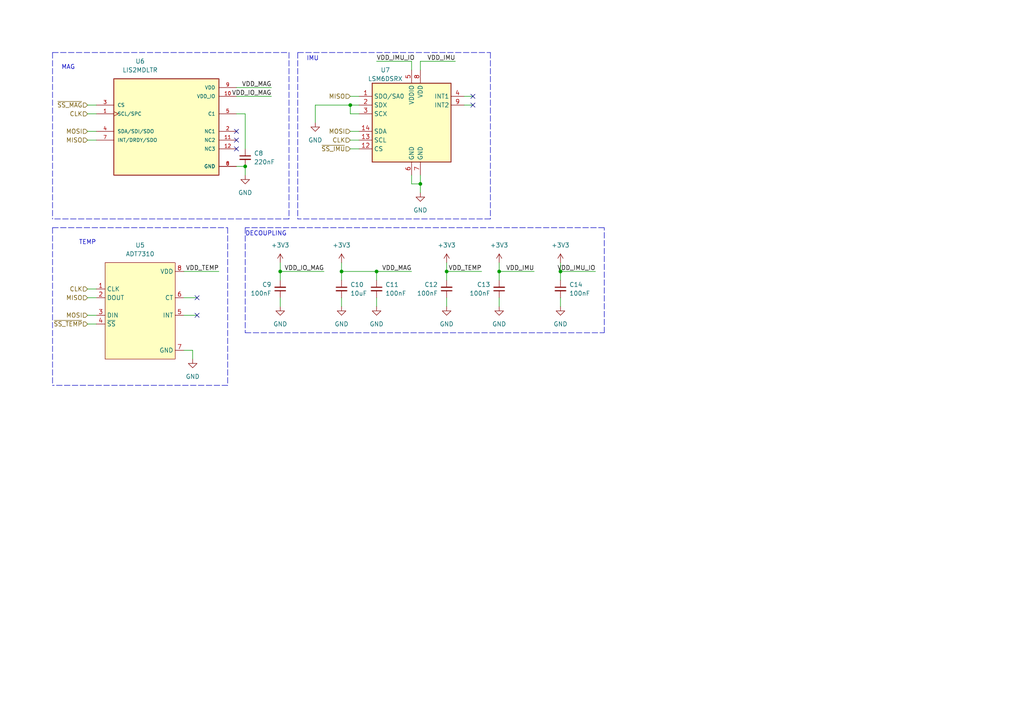
<source format=kicad_sch>
(kicad_sch (version 20211123) (generator eeschema)
  (paper "A4")
  (lib_symbols
    (symbol "Device:C_Small" (pin_numbers hide) (pin_names (offset 0.254) hide)
      (property "Reference" "C" (at 0.254 1.778 0))
      (property "Value" "C_Small" (at 0.254 -2.032 0))
      (symbol "C_Small_0_1"
        (polyline (pts (xy -1.524 -0.508) (xy 1.524 -0.508)) (stroke (width 0.3302)))
        (polyline (pts (xy -1.524 0.508) (xy 1.524 0.508)) (stroke (width 0.3048)))
      )
      (symbol "C_Small_1_1"
        (pin passive line (at 0 2.54 270) (length 2.032) (name "~") (number "1"))
        (pin passive line (at 0 -2.54 90) (length 2.032) (name "~") (number "2"))
      )
    )
    (symbol "Sensor_Motion:LSM6DS3"
      (property "Reference" "U" (at -11.43 15.24 0))
      (property "Value" "LSM6DS3" (at -11.43 12.7 0))
      (symbol "LSM6DS3_0_1"
        (rectangle (start 11.43 11.43) (end -11.43 -11.43) (stroke (width 0.254)) (fill (type background)))
      )
      (symbol "LSM6DS3_1_1"
        (pin bidirectional line (at -15.24 7.62 0) (length 3.81) (name "SDO/SA0") (number "1"))
        (pin no_connect line (at 10.16 -5.08 180) (length 3.81) hide (name "NC") (number "10"))
        (pin no_connect line (at 10.16 -2.54 180) (length 3.81) hide (name "NC") (number "11"))
        (pin input line (at -15.24 -7.62 0) (length 3.81) (name "CS") (number "12"))
        (pin input line (at -15.24 -5.08 0) (length 3.81) (name "SCL") (number "13"))
        (pin bidirectional line (at -15.24 -2.54 0) (length 3.81) (name "SDA") (number "14"))
        (pin bidirectional line (at -15.24 5.08 0) (length 3.81) (name "SDX") (number "2"))
        (pin input line (at -15.24 2.54 0) (length 3.81) (name "SCX") (number "3"))
        (pin output line (at 15.24 7.62 180) (length 3.81) (name "INT1") (number "4"))
        (pin power_in line (at 0 15.24 270) (length 3.81) (name "VDDIO") (number "5"))
        (pin power_in line (at 0 -15.24 90) (length 3.81) (name "GND") (number "6"))
        (pin power_in line (at 2.54 -15.24 90) (length 3.81) (name "GND") (number "7"))
        (pin power_in line (at 2.54 15.24 270) (length 3.81) (name "VDD") (number "8"))
        (pin output line (at 15.24 5.08 180) (length 3.81) (name "INT2") (number "9"))
      )
    )
    (symbol "power:+3.3V" (power) (pin_names (offset 0))
      (property "Value" "+3.3V" (at 0 3.556 0))
      (symbol "+3.3V_0_1"
        (polyline (pts (xy -0.762 1.27) (xy 0 2.54)))
        (polyline (pts (xy 0 0) (xy 0 2.54)))
        (polyline (pts (xy 0 2.54) (xy 0.762 1.27)))
      )
      (symbol "+3.3V_1_1"
        (pin power_in line (at 0 0 90) (length 0) hide (name "+3V3") (number "1"))
      )
    )
    (symbol "power:GND" (power) (pin_names (offset 0))
      (property "Value" "GND" (at 0 -3.81 0))
      (symbol "GND_0_1"
        (polyline (pts (xy 0 0) (xy 0 -1.27) (xy 1.27 -1.27) (xy 0 -2.54) (xy -1.27 -1.27) (xy 0 -1.27)))
      )
      (symbol "GND_1_1"
        (pin power_in line (at 0 0 270) (length 0) hide (name "GND") (number "1"))
      )
    )
    (symbol "schematics:ADT7310"
      (property "Reference" "U" (at 0 17.78 0))
      (property "Value" "ADT7310" (at 0 15.24 0))
      (symbol "ADT7310_0_1"
        (rectangle (start -10.16 12.7) (end 10.16 -15.24) (fill (type background)))
      )
      (symbol "ADT7310_1_1"
        (pin input line (at -12.7 5.08 0) (length 2.54) (name "CLK") (number "1"))
        (pin output line (at -12.7 2.54 0) (length 2.54) (name "DOUT") (number "2"))
        (pin input line (at -12.7 -2.54 0) (length 2.54) (name "DIN") (number "3"))
        (pin input line (at -12.7 -5.08 0) (length 2.54) (name "~{SS}") (number "4"))
        (pin output line (at 12.7 -2.54 180) (length 2.54) (name "INT") (number "5"))
        (pin output line (at 12.7 2.54 180) (length 2.54) (name "CT") (number "6"))
        (pin power_out line (at 12.7 -12.7 180) (length 2.54) (name "GND") (number "7"))
        (pin power_in line (at 12.7 10.16 180) (length 2.54) (name "VDD") (number "8"))
      )
    )
    (symbol "schematics:LIS2MDLTR" (pin_names (offset 1.016))
      (property "Reference" "U" (at -15.24 13.97 0))
      (property "Value" "LIS2MDLTR" (at -15.24 -17.78 0))
      (symbol "LIS2MDLTR_0_0"
        (rectangle (start -15.24 -15.24) (end 15.24 12.7) (stroke (width 0.254)) (fill (type background)))
        (pin input clock (at -20.32 2.54 0) (length 5.08) (name "SCL/SPC") (number "1"))
        (pin power_in line (at 20.32 7.62 180) (length 5.08) (name "VDD_IO") (number "10"))
        (pin passive line (at 20.32 -5.08 180) (length 5.08) (name "NC2") (number "11"))
        (pin passive line (at 20.32 -7.62 180) (length 5.08) (name "NC3") (number "12"))
        (pin passive line (at 20.32 -2.54 180) (length 5.08) (name "NC1") (number "2"))
        (pin input line (at -20.32 5.08 0) (length 5.08) (name "CS") (number "3"))
        (pin bidirectional line (at -20.32 -2.54 0) (length 5.08) (name "SDA/SDI/SDO") (number "4"))
        (pin passive line (at 20.32 2.54 180) (length 5.08) (name "C1") (number "5"))
        (pin power_in line (at 20.32 -12.7 180) (length 5.08) (name "GND") (number "6"))
        (pin bidirectional line (at -20.32 -5.08 0) (length 5.08) (name "INT/DRDY/SDO") (number "7"))
        (pin power_in line (at 20.32 -12.7 180) (length 5.08) (name "GND") (number "8"))
        (pin power_in line (at 20.32 10.16 180) (length 5.08) (name "VDD") (number "9"))
      )
    )
  )
  (junction (at 71.12 48.26))
  (junction (at 109.22 78.74))
  (junction (at 121.92 53.34))
  (junction (at 162.56 78.74))
  (junction (at 101.6 30.48))
  (junction (at 129.54 78.74))
  (junction (at 81.28 78.74))
  (junction (at 99.06 78.74))
  (junction (at 144.78 78.74))
  (no_connect (at 137.16 27.94))
  (no_connect (at 137.16 30.48))
  (no_connect (at 57.15 86.36))
  (no_connect (at 57.15 91.44))
  (no_connect (at 68.58 38.1))
  (no_connect (at 68.58 43.18))
  (no_connect (at 68.58 40.64))
  (wire (pts (xy 101.6 40.64) (xy 104.14 40.64)))
  (wire (pts (xy 25.4 91.44) (xy 27.94 91.44)))
  (wire (pts (xy 129.54 86.36) (xy 129.54 88.9)))
  (wire (pts (xy 129.54 78.74) (xy 129.54 81.28)))
  (wire (pts (xy 99.06 76.2) (xy 99.06 78.74)))
  (wire (pts (xy 25.4 93.98) (xy 27.94 93.98)))
  (wire (pts (xy 162.56 78.74) (xy 162.56 81.28)))
  (polyline (pts (xy 15.24 15.24) (xy 15.24 63.5)))
  (polyline (pts (xy 86.36 15.24) (xy 142.24 15.24)))
  (wire (pts (xy 25.4 86.36) (xy 27.94 86.36)))
  (wire (pts (xy 71.12 48.26) (xy 71.12 50.8)))
  (wire (pts (xy 91.44 30.48) (xy 101.6 30.48)))
  (wire (pts (xy 25.4 30.48) (xy 27.94 30.48)))
  (wire (pts (xy 101.6 38.1) (xy 104.14 38.1)))
  (wire (pts (xy 121.92 53.34) (xy 121.92 55.88)))
  (wire (pts (xy 68.58 33.02) (xy 71.12 33.02)))
  (wire (pts (xy 91.44 30.48) (xy 91.44 35.56)))
  (wire (pts (xy 81.28 78.74) (xy 81.28 81.28)))
  (wire (pts (xy 119.38 17.78) (xy 119.38 20.32)))
  (polyline (pts (xy 15.24 66.04) (xy 66.04 66.04)))
  (wire (pts (xy 99.06 86.36) (xy 99.06 88.9)))
  (wire (pts (xy 53.34 101.6) (xy 55.88 101.6)))
  (wire (pts (xy 25.4 38.1) (xy 27.94 38.1)))
  (polyline (pts (xy 71.12 96.52) (xy 175.26 96.52)))
  (wire (pts (xy 121.92 50.8) (xy 121.92 53.34)))
  (wire (pts (xy 68.58 27.94) (xy 78.74 27.94)))
  (polyline (pts (xy 71.12 66.04) (xy 71.12 96.52)))
  (polyline (pts (xy 83.82 63.5) (xy 15.24 63.5)))
  (wire (pts (xy 121.92 17.78) (xy 121.92 20.32)))
  (wire (pts (xy 25.4 40.64) (xy 27.94 40.64)))
  (wire (pts (xy 109.22 78.74) (xy 119.38 78.74)))
  (wire (pts (xy 134.62 27.94) (xy 137.16 27.94)))
  (polyline (pts (xy 15.24 66.04) (xy 15.24 111.76)))
  (polyline (pts (xy 142.24 15.24) (xy 142.24 63.5)))
  (polyline (pts (xy 142.24 63.5) (xy 86.36 63.5)))
  (polyline (pts (xy 83.82 15.24) (xy 83.82 63.5)))
  (wire (pts (xy 71.12 33.02) (xy 71.12 43.18)))
  (wire (pts (xy 132.08 17.78) (xy 121.92 17.78)))
  (wire (pts (xy 109.22 78.74) (xy 109.22 81.28)))
  (wire (pts (xy 144.78 86.36) (xy 144.78 88.9)))
  (wire (pts (xy 162.56 76.2) (xy 162.56 78.74)))
  (wire (pts (xy 101.6 33.02) (xy 104.14 33.02)))
  (wire (pts (xy 81.28 78.74) (xy 93.98 78.74)))
  (wire (pts (xy 53.34 91.44) (xy 57.15 91.44)))
  (wire (pts (xy 119.38 50.8) (xy 119.38 53.34)))
  (wire (pts (xy 109.22 17.78) (xy 119.38 17.78)))
  (wire (pts (xy 129.54 78.74) (xy 139.7 78.74)))
  (polyline (pts (xy 175.26 96.52) (xy 175.26 66.04)))
  (wire (pts (xy 101.6 27.94) (xy 104.14 27.94)))
  (wire (pts (xy 68.58 25.4) (xy 78.74 25.4)))
  (wire (pts (xy 25.4 83.82) (xy 27.94 83.82)))
  (wire (pts (xy 53.34 86.36) (xy 57.15 86.36)))
  (wire (pts (xy 109.22 86.36) (xy 109.22 88.9)))
  (polyline (pts (xy 15.24 15.24) (xy 83.82 15.24)))
  (wire (pts (xy 99.06 78.74) (xy 99.06 81.28)))
  (polyline (pts (xy 175.26 66.04) (xy 71.12 66.04)))
  (wire (pts (xy 144.78 76.2) (xy 144.78 78.74)))
  (wire (pts (xy 68.58 48.26) (xy 71.12 48.26)))
  (polyline (pts (xy 66.04 66.04) (xy 66.04 111.76)))
  (wire (pts (xy 81.28 76.2) (xy 81.28 78.74)))
  (wire (pts (xy 162.56 78.74) (xy 172.72 78.74)))
  (wire (pts (xy 129.54 76.2) (xy 129.54 78.74)))
  (wire (pts (xy 25.4 33.02) (xy 27.94 33.02)))
  (wire (pts (xy 55.88 101.6) (xy 55.88 104.14)))
  (wire (pts (xy 99.06 78.74) (xy 109.22 78.74)))
  (wire (pts (xy 104.14 30.48) (xy 101.6 30.48)))
  (wire (pts (xy 144.78 78.74) (xy 144.78 81.28)))
  (wire (pts (xy 134.62 30.48) (xy 137.16 30.48)))
  (wire (pts (xy 162.56 86.36) (xy 162.56 88.9)))
  (wire (pts (xy 101.6 30.48) (xy 101.6 33.02)))
  (wire (pts (xy 81.28 86.36) (xy 81.28 88.9)))
  (wire (pts (xy 144.78 78.74) (xy 154.94 78.74)))
  (wire (pts (xy 101.6 43.18) (xy 104.14 43.18)))
  (polyline (pts (xy 66.04 111.76) (xy 15.24 111.76)))
  (wire (pts (xy 53.34 78.74) (xy 63.5 78.74)))
  (polyline (pts (xy 86.36 15.24) (xy 86.36 63.5)))
  (wire (pts (xy 119.38 53.34) (xy 121.92 53.34)))
  (text "MAG\n" (at 17.78 20.32 0) (effects (font (size 1.27 1.27)) (justify left bottom)))
  (text "DECOUPLING\n" (at 71.12 68.58 0) (effects (font (size 1.27 1.27)) (justify left bottom)))
  (text "IMU\n" (at 88.9 17.78 0) (effects (font (size 1.27 1.27)) (justify left bottom)))
  (text "TEMP\n" (at 22.86 71.12 0) (effects (font (size 1.27 1.27)) (justify left bottom)))
  (label "VDD_TEMP" (at 139.7 78.74 180))
  (label "VDD_MAG" (at 78.74 25.4 180))
  (label "VDD_IMU" (at 132.08 17.78 180))
  (label "VDD_IMU_IO" (at 172.72 78.74 180))
  (label "VDD_TEMP" (at 63.5 78.74 180))
  (label "VDD_IO_MAG" (at 78.74 27.94 180))
  (label "VDD_IMU" (at 154.94 78.74 180))
  (label "VDD_IO_MAG" (at 93.98 78.74 180))
  (label "VDD_MAG" (at 119.38 78.74 180))
  (label "VDD_IMU_IO" (at 109.22 17.78 0))
  (hierarchical_label "MOSI" (shape input) (at 101.6 38.1 180))
  (hierarchical_label "MOSI" (shape input) (at 25.4 38.1 180))
  (hierarchical_label "~{SS_MAG}" (shape input) (at 25.4 30.48 180))
  (hierarchical_label "~{SS_TEMP}" (shape input) (at 25.4 93.98 180))
  (hierarchical_label "CLK" (shape input) (at 25.4 33.02 180))
  (hierarchical_label "MOSI" (shape input) (at 25.4 91.44 180))
  (hierarchical_label "CLK" (shape input) (at 101.6 40.64 180))
  (hierarchical_label "MISO" (shape input) (at 101.6 27.94 180))
  (hierarchical_label "~{SS_IMU}" (shape input) (at 101.6 43.18 180))
  (hierarchical_label "MISO" (shape input) (at 25.4 86.36 180))
  (hierarchical_label "MISO" (shape input) (at 25.4 40.64 180))
  (hierarchical_label "CLK" (shape input) (at 25.4 83.82 180))
  (symbol (lib_id "power:GND") (at 55.88 104.14 0) (unit 1)
    (property "Reference" "#PWR0153" (effects hide))
    (property "Value" "GND" (at 55.88 109.22 0))
  )
  (symbol (lib_id "Device:C_Small") (at 71.12 45.72 0) (unit 1)
    (property "Reference" "C8" (at 73.66 44.4562 0) (effects (justify left)))
    (property "Value" "220nF" (at 73.66 46.9962 0) (effects (justify left)))
    (property "Footprint" "Capacitor_SMD:C_0402_1005Metric" (effects hide))
  )
  (symbol (lib_id "power:GND") (at 109.22 88.9 0) (mirror y) (unit 1)
    (property "Reference" "#PWR0158" (effects hide))
    (property "Value" "GND" (at 109.22 93.98 0))
  )
  (symbol (lib_id "power:+3.3V") (at 81.28 76.2 0) (unit 1)
    (property "Reference" "#PWR0154" (effects hide))
    (property "Value" "+3.3V" (at 81.28 71.12 0))
  )
  (symbol (lib_id "power:+3.3V") (at 99.06 76.2 0) (unit 1)
    (property "Reference" "#PWR0157" (effects hide))
    (property "Value" "+3.3V" (at 99.06 71.12 0))
  )
  (symbol (lib_id "power:GND") (at 81.28 88.9 0) (mirror y) (unit 1)
    (property "Reference" "#PWR0155" (effects hide))
    (property "Value" "GND" (at 81.28 93.98 0))
  )
  (symbol (lib_id "power:GND") (at 121.92 55.88 0) (mirror y) (unit 1)
    (property "Reference" "#PWR0151" (effects hide))
    (property "Value" "GND" (at 121.92 60.96 0))
  )
  (symbol (lib_id "Device:C_Small") (at 129.54 83.82 0) (mirror x) (unit 1)
    (property "Reference" "C12" (at 127 82.5435 0) (effects (justify right)))
    (property "Value" "100nF" (at 127 85.0835 0) (effects (justify right)))
    (property "Footprint" "Capacitor_SMD:C_0402_1005Metric" (effects hide))
  )
  (symbol (lib_id "power:+3.3V") (at 129.54 76.2 0) (unit 1)
    (property "Reference" "#PWR0145" (effects hide))
    (property "Value" "+3.3V" (at 129.54 71.12 0))
  )
  (symbol (lib_id "power:GND") (at 99.06 88.9 0) (mirror y) (unit 1)
    (property "Reference" "#PWR0156" (effects hide))
    (property "Value" "GND" (at 99.06 93.98 0))
  )
  (symbol (lib_id "power:GND") (at 71.12 50.8 0) (unit 1)
    (property "Reference" "#PWR0144" (effects hide))
    (property "Value" "GND" (at 71.12 55.88 0))
  )
  (symbol (lib_id "power:+3.3V") (at 144.78 76.2 0) (unit 1)
    (property "Reference" "#PWR0148" (effects hide))
    (property "Value" "+3.3V" (at 144.78 71.12 0))
  )
  (symbol (lib_id "power:GND") (at 129.54 88.9 0) (unit 1)
    (property "Reference" "#PWR0146" (effects hide))
    (property "Value" "GND" (at 129.54 93.98 0))
  )
  (symbol (lib_id "Device:C_Small") (at 144.78 83.82 0) (mirror x) (unit 1)
    (property "Reference" "C13" (at 142.24 82.5435 0) (effects (justify right)))
    (property "Value" "100nF" (at 142.24 85.0835 0) (effects (justify right)))
    (property "Footprint" "Capacitor_SMD:C_0402_1005Metric" (effects hide))
  )
  (symbol (lib_id "Device:C_Small") (at 162.56 83.82 0) (unit 1)
    (property "Reference" "C14" (at 165.1 82.5562 0) (effects (justify left)))
    (property "Value" "100nF" (at 165.1 85.0962 0) (effects (justify left)))
    (property "Footprint" "Capacitor_SMD:C_0402_1005Metric" (effects hide))
  )
  (symbol (lib_id "Sensor_Motion:LSM6DS3") (at 119.38 35.56 0) (unit 1)
    (property "Reference" "U7" (at 111.76 20.32 0))
    (property "Value" "LSM6DSRX" (at 111.76 22.86 0))
    (property "Footprint" "Package_LGA:LGA-14_3x2.5mm_P0.5mm_LayoutBorder3x4y" (effects hide))
    (property "Datasheet" "www.st.com/resource/en/datasheet/lsm6ds3.pdf" (effects hide))
  )
  (symbol (lib_id "power:GND") (at 162.56 88.9 0) (mirror y) (unit 1)
    (property "Reference" "#PWR0149" (effects hide))
    (property "Value" "GND" (at 162.56 93.98 0))
  )
  (symbol (lib_id "Device:C_Small") (at 81.28 83.82 0) (mirror x) (unit 1)
    (property "Reference" "C9" (at 78.74 82.5435 0) (effects (justify right)))
    (property "Value" "100nF" (at 78.74 85.0835 0) (effects (justify right)))
    (property "Footprint" "Capacitor_SMD:C_0402_1005Metric" (effects hide))
  )
  (symbol (lib_id "power:GND") (at 144.78 88.9 0) (mirror y) (unit 1)
    (property "Reference" "#PWR0147" (effects hide))
    (property "Value" "GND" (at 144.78 93.98 0))
  )
  (symbol (lib_id "power:+3.3V") (at 162.56 76.2 0) (unit 1)
    (property "Reference" "#PWR0150" (effects hide))
    (property "Value" "+3.3V" (at 162.56 71.12 0))
  )
  (symbol (lib_id "schematics:ADT7310") (at 40.64 88.9 0) (unit 1)
    (property "Reference" "U5" (at 40.64 71.12 0))
    (property "Value" "ADT7310" (at 40.64 73.66 0))
    (property "Footprint" "Package_SO:SOIC-8_3.9x4.9mm_P1.27mm" (effects hide))
  )
  (symbol (lib_id "Device:C_Small") (at 109.22 83.82 0) (unit 1)
    (property "Reference" "C11" (at 111.76 82.5562 0) (effects (justify left)))
    (property "Value" "100nF" (at 111.76 85.0962 0) (effects (justify left)))
    (property "Footprint" "Capacitor_SMD:C_0402_1005Metric" (effects hide))
  )
  (symbol (lib_id "schematics:LIS2MDLTR") (at 48.26 35.56 0) (unit 1)
    (property "Reference" "U6" (at 40.64 17.78 0))
    (property "Value" "LIS2MDLTR" (at 40.64 20.32 0))
    (property "Footprint" "footprints:PQFN50P200X200X70-12N" (effects hide))
    (property "MANUFACTURER" "STMicroelectronics" (effects hide))
    (property "MAXIMUM_PACKAGE_HEIGHT" "0.7 mm" (effects hide))
    (property "PARTREV" "Rev 5" (effects hide))
    (property "STANDARD" "IPC 7351B" (effects hide))
  )
  (symbol (lib_id "power:GND") (at 91.44 35.56 0) (mirror y) (unit 1)
    (property "Reference" "#PWR0152" (effects hide))
    (property "Value" "GND" (at 91.44 40.64 0))
  )
  (symbol (lib_id "Device:C_Small") (at 99.06 83.82 0) (unit 1)
    (property "Reference" "C10" (at 101.6 82.5562 0) (effects (justify left)))
    (property "Value" "10uF" (at 101.6 85.0962 0) (effects (justify left)))
    (property "Footprint" "Capacitor_SMD:C_0402_1005Metric" (effects hide))
  )
)
</source>
